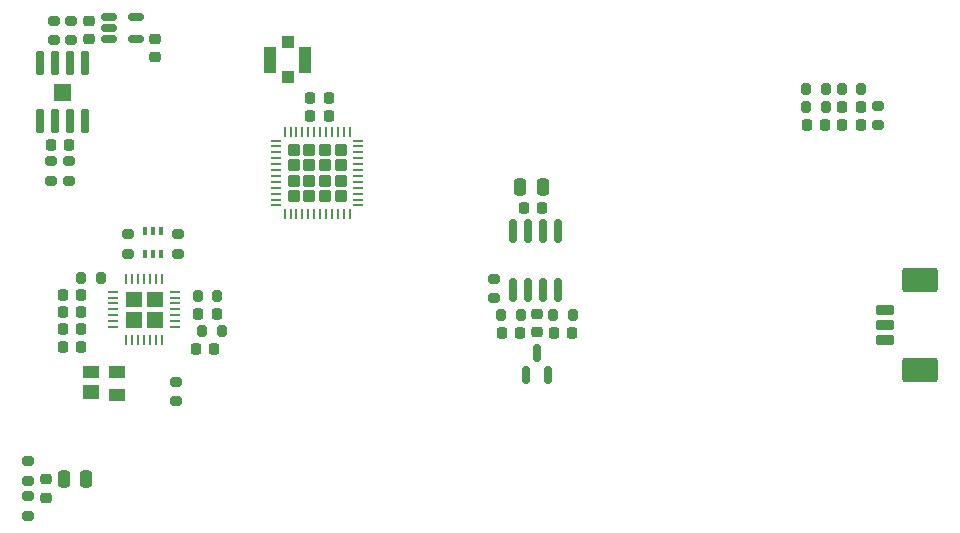
<source format=gbr>
%TF.GenerationSoftware,KiCad,Pcbnew,(6.0.1-0)*%
%TF.CreationDate,2022-08-02T01:53:12+01:00*%
%TF.ProjectId,powerboard_sc21_as25,706f7765-7262-46f6-9172-645f73633231,rev?*%
%TF.SameCoordinates,Original*%
%TF.FileFunction,Paste,Bot*%
%TF.FilePolarity,Positive*%
%FSLAX46Y46*%
G04 Gerber Fmt 4.6, Leading zero omitted, Abs format (unit mm)*
G04 Created by KiCad (PCBNEW (6.0.1-0)) date 2022-08-02 01:53:12*
%MOMM*%
%LPD*%
G01*
G04 APERTURE LIST*
G04 Aperture macros list*
%AMRoundRect*
0 Rectangle with rounded corners*
0 $1 Rounding radius*
0 $2 $3 $4 $5 $6 $7 $8 $9 X,Y pos of 4 corners*
0 Add a 4 corners polygon primitive as box body*
4,1,4,$2,$3,$4,$5,$6,$7,$8,$9,$2,$3,0*
0 Add four circle primitives for the rounded corners*
1,1,$1+$1,$2,$3*
1,1,$1+$1,$4,$5*
1,1,$1+$1,$6,$7*
1,1,$1+$1,$8,$9*
0 Add four rect primitives between the rounded corners*
20,1,$1+$1,$2,$3,$4,$5,0*
20,1,$1+$1,$4,$5,$6,$7,0*
20,1,$1+$1,$6,$7,$8,$9,0*
20,1,$1+$1,$8,$9,$2,$3,0*%
G04 Aperture macros list end*
%ADD10C,0.010000*%
%ADD11RoundRect,0.150000X-0.150000X0.825000X-0.150000X-0.825000X0.150000X-0.825000X0.150000X0.825000X0*%
%ADD12RoundRect,0.225000X0.250000X-0.225000X0.250000X0.225000X-0.250000X0.225000X-0.250000X-0.225000X0*%
%ADD13RoundRect,0.200000X-0.200000X-0.275000X0.200000X-0.275000X0.200000X0.275000X-0.200000X0.275000X0*%
%ADD14RoundRect,0.225000X0.225000X0.250000X-0.225000X0.250000X-0.225000X-0.250000X0.225000X-0.250000X0*%
%ADD15RoundRect,0.225000X-0.225000X-0.250000X0.225000X-0.250000X0.225000X0.250000X-0.225000X0.250000X0*%
%ADD16RoundRect,0.200000X-0.275000X0.200000X-0.275000X-0.200000X0.275000X-0.200000X0.275000X0.200000X0*%
%ADD17RoundRect,0.225000X-0.250000X0.225000X-0.250000X-0.225000X0.250000X-0.225000X0.250000X0.225000X0*%
%ADD18RoundRect,0.200000X0.200000X0.275000X-0.200000X0.275000X-0.200000X-0.275000X0.200000X-0.275000X0*%
%ADD19R,1.000000X1.000000*%
%ADD20R,1.050000X2.200000*%
%ADD21RoundRect,0.200000X0.275000X-0.200000X0.275000X0.200000X-0.275000X0.200000X-0.275000X-0.200000X0*%
%ADD22RoundRect,0.150000X0.150000X-0.587500X0.150000X0.587500X-0.150000X0.587500X-0.150000X-0.587500X0*%
%ADD23R,0.400000X0.650000*%
%ADD24RoundRect,0.250000X-0.250000X-0.475000X0.250000X-0.475000X0.250000X0.475000X-0.250000X0.475000X0*%
%ADD25RoundRect,0.250000X-0.285000X0.285000X-0.285000X-0.285000X0.285000X-0.285000X0.285000X0.285000X0*%
%ADD26RoundRect,0.062500X-0.062500X0.337500X-0.062500X-0.337500X0.062500X-0.337500X0.062500X0.337500X0*%
%ADD27RoundRect,0.062500X-0.337500X0.062500X-0.337500X-0.062500X0.337500X-0.062500X0.337500X0.062500X0*%
%ADD28RoundRect,0.218750X-0.218750X-0.256250X0.218750X-0.256250X0.218750X0.256250X-0.218750X0.256250X0*%
%ADD29RoundRect,0.200000X-0.600000X0.200000X-0.600000X-0.200000X0.600000X-0.200000X0.600000X0.200000X0*%
%ADD30RoundRect,0.250001X-1.249999X0.799999X-1.249999X-0.799999X1.249999X-0.799999X1.249999X0.799999X0*%
%ADD31RoundRect,0.250000X0.250000X0.475000X-0.250000X0.475000X-0.250000X-0.475000X0.250000X-0.475000X0*%
%ADD32R,1.400000X1.200000*%
%ADD33R,1.400000X1.000000*%
%ADD34RoundRect,0.150000X-0.512500X-0.150000X0.512500X-0.150000X0.512500X0.150000X-0.512500X0.150000X0*%
%ADD35R,0.254000X0.900000*%
%ADD36R,0.900000X0.254000*%
%ADD37RoundRect,0.042000X0.258000X-0.943000X0.258000X0.943000X-0.258000X0.943000X-0.258000X-0.943000X0*%
G04 APERTURE END LIST*
D10*
%TO.C,IC2*%
X66990000Y-64093170D02*
X66990000Y-62843250D01*
X66990000Y-62843250D02*
X65739520Y-62843250D01*
X65739520Y-62843250D02*
X65739520Y-64093170D01*
X65739520Y-64093170D02*
X66990000Y-64093170D01*
G36*
X66990000Y-64093170D02*
G01*
X65739520Y-64093170D01*
X65739520Y-62843250D01*
X66990000Y-62843250D01*
X66990000Y-64093170D01*
G37*
X66990000Y-64093170D02*
X65739520Y-64093170D01*
X65739520Y-62843250D01*
X66990000Y-62843250D01*
X66990000Y-64093170D01*
X68740000Y-65844070D02*
X68740000Y-64593250D01*
X68740000Y-64593250D02*
X67490137Y-64593250D01*
X67490137Y-64593250D02*
X67490137Y-65844070D01*
X67490137Y-65844070D02*
X68740000Y-65844070D01*
G36*
X68740000Y-65844070D02*
G01*
X67490137Y-65844070D01*
X67490137Y-64593250D01*
X68740000Y-64593250D01*
X68740000Y-65844070D01*
G37*
X68740000Y-65844070D02*
X67490137Y-65844070D01*
X67490137Y-64593250D01*
X68740000Y-64593250D01*
X68740000Y-65844070D01*
X68740000Y-64092804D02*
X68740000Y-62843250D01*
X68740000Y-62843250D02*
X67490446Y-62843250D01*
X67490446Y-62843250D02*
X67490446Y-64092804D01*
X67490446Y-64092804D02*
X68740000Y-64092804D01*
G36*
X68740000Y-64092804D02*
G01*
X67490446Y-64092804D01*
X67490446Y-62843250D01*
X68740000Y-62843250D01*
X68740000Y-64092804D01*
G37*
X68740000Y-64092804D02*
X67490446Y-64092804D01*
X67490446Y-62843250D01*
X68740000Y-62843250D01*
X68740000Y-64092804D01*
X66990000Y-65845260D02*
X66990000Y-64593250D01*
X66990000Y-64593250D02*
X65737990Y-64593250D01*
X65737990Y-64593250D02*
X65737990Y-65845260D01*
X65737990Y-65845260D02*
X66990000Y-65845260D01*
G36*
X66990000Y-65845260D02*
G01*
X65737990Y-65845260D01*
X65737990Y-64593250D01*
X66990000Y-64593250D01*
X66990000Y-65845260D01*
G37*
X66990000Y-65845260D02*
X65737990Y-65845260D01*
X65737990Y-64593250D01*
X66990000Y-64593250D01*
X66990000Y-65845260D01*
%TO.C,U4*%
X61000000Y-46631976D02*
X61000000Y-45230000D01*
X61000000Y-45230000D02*
X59598024Y-45230000D01*
X59598024Y-45230000D02*
X59598024Y-46631976D01*
X59598024Y-46631976D02*
X61000000Y-46631976D01*
G36*
X61000000Y-46631976D02*
G01*
X59598024Y-46631976D01*
X59598024Y-45230000D01*
X61000000Y-45230000D01*
X61000000Y-46631976D01*
G37*
X61000000Y-46631976D02*
X59598024Y-46631976D01*
X59598024Y-45230000D01*
X61000000Y-45230000D01*
X61000000Y-46631976D01*
%TD*%
D11*
%TO.C,U2*%
X98460000Y-57730449D03*
X99730000Y-57730449D03*
X101000000Y-57730449D03*
X102270000Y-57730449D03*
X102270000Y-62680449D03*
X101000000Y-62680449D03*
X99730000Y-62680449D03*
X98460000Y-62680449D03*
%TD*%
D12*
%TO.C,C57*%
X62550000Y-41495000D03*
X62550000Y-39945000D03*
%TD*%
D13*
%TO.C,R40*%
X61925000Y-61650000D03*
X63575000Y-61650000D03*
%TD*%
D14*
%TO.C,C18*%
X124925000Y-48700000D03*
X123375000Y-48700000D03*
%TD*%
D15*
%TO.C,C52*%
X60375000Y-66030000D03*
X61925000Y-66030000D03*
%TD*%
%TO.C,C28*%
X101960000Y-66335449D03*
X103510000Y-66335449D03*
%TD*%
%TO.C,C24*%
X81325000Y-47950000D03*
X82875000Y-47950000D03*
%TD*%
D14*
%TO.C,C51*%
X61925000Y-63100000D03*
X60375000Y-63100000D03*
%TD*%
D16*
%TO.C,R38*%
X60900000Y-51805000D03*
X60900000Y-53455000D03*
%TD*%
D17*
%TO.C,C31*%
X58930000Y-78725000D03*
X58930000Y-80275000D03*
%TD*%
D18*
%TO.C,R21*%
X73825000Y-66200000D03*
X72175000Y-66200000D03*
%TD*%
%TO.C,R8*%
X124975000Y-47200000D03*
X123325000Y-47200000D03*
%TD*%
D19*
%TO.C,J9*%
X79400000Y-44700000D03*
D20*
X77925000Y-43200000D03*
D19*
X79400000Y-41700000D03*
D20*
X80875000Y-43200000D03*
%TD*%
D15*
%TO.C,C22*%
X81325000Y-46450000D03*
X82875000Y-46450000D03*
%TD*%
D21*
%TO.C,R13*%
X65850000Y-59625000D03*
X65850000Y-57975000D03*
%TD*%
D22*
%TO.C,D4*%
X101455000Y-69932949D03*
X99555000Y-69932949D03*
X100505000Y-68057949D03*
%TD*%
D23*
%TO.C,Q6*%
X67350000Y-57750000D03*
X68000000Y-57750000D03*
X68650000Y-57750000D03*
X68650000Y-59650000D03*
X68000000Y-59650000D03*
X67350000Y-59650000D03*
%TD*%
D21*
%TO.C,R43*%
X59610000Y-41555000D03*
X59610000Y-39905000D03*
%TD*%
D24*
%TO.C,C32*%
X60450000Y-78700000D03*
X62350000Y-78700000D03*
%TD*%
D17*
%TO.C,C58*%
X68200000Y-41425000D03*
X68200000Y-42975000D03*
%TD*%
D15*
%TO.C,C54*%
X59375000Y-50390000D03*
X60925000Y-50390000D03*
%TD*%
D16*
%TO.C,R30*%
X57460000Y-77185000D03*
X57460000Y-78835000D03*
%TD*%
D17*
%TO.C,C26*%
X100515000Y-64725000D03*
X100515000Y-66275000D03*
%TD*%
D13*
%TO.C,R26*%
X97479725Y-64844995D03*
X99129725Y-64844995D03*
%TD*%
D25*
%TO.C,U3*%
X79920000Y-53460000D03*
X81240000Y-50820000D03*
X79920000Y-52140000D03*
X81240000Y-52140000D03*
X82560000Y-52140000D03*
X83880000Y-53460000D03*
X81240000Y-54780000D03*
X79920000Y-50820000D03*
X83880000Y-54780000D03*
X83880000Y-50820000D03*
X79920000Y-54780000D03*
X81240000Y-53460000D03*
X82560000Y-54780000D03*
X82560000Y-50820000D03*
X83880000Y-52140000D03*
X82560000Y-53460000D03*
D26*
X79150000Y-49350000D03*
X79650000Y-49350000D03*
X80150000Y-49350000D03*
X80650000Y-49350000D03*
X81150000Y-49350000D03*
X81650000Y-49350000D03*
X82150000Y-49350000D03*
X82650000Y-49350000D03*
X83150000Y-49350000D03*
X83650000Y-49350000D03*
X84150000Y-49350000D03*
X84650000Y-49350000D03*
D27*
X85350000Y-50050000D03*
X85350000Y-50550000D03*
X85350000Y-51050000D03*
X85350000Y-51550000D03*
X85350000Y-52050000D03*
X85350000Y-52550000D03*
X85350000Y-53050000D03*
X85350000Y-53550000D03*
X85350000Y-54050000D03*
X85350000Y-54550000D03*
X85350000Y-55050000D03*
X85350000Y-55550000D03*
D26*
X84650000Y-56250000D03*
X84150000Y-56250000D03*
X83650000Y-56250000D03*
X83150000Y-56250000D03*
X82650000Y-56250000D03*
X82150000Y-56250000D03*
X81650000Y-56250000D03*
X81150000Y-56250000D03*
X80650000Y-56250000D03*
X80150000Y-56250000D03*
X79650000Y-56250000D03*
X79150000Y-56250000D03*
D27*
X78450000Y-55550000D03*
X78450000Y-55050000D03*
X78450000Y-54550000D03*
X78450000Y-54050000D03*
X78450000Y-53550000D03*
X78450000Y-53050000D03*
X78450000Y-52550000D03*
X78450000Y-52050000D03*
X78450000Y-51550000D03*
X78450000Y-51050000D03*
X78450000Y-50550000D03*
X78450000Y-50050000D03*
%TD*%
D14*
%TO.C,C27*%
X99074551Y-66335000D03*
X97524551Y-66335000D03*
%TD*%
D16*
%TO.C,R12*%
X70150000Y-57975000D03*
X70150000Y-59625000D03*
%TD*%
D28*
%TO.C,D3*%
X71612500Y-67700000D03*
X73187500Y-67700000D03*
%TD*%
D21*
%TO.C,R6*%
X129400000Y-48775000D03*
X129400000Y-47125000D03*
%TD*%
%TO.C,R24*%
X96900000Y-63425000D03*
X96900000Y-61775000D03*
%TD*%
D28*
%TO.C,D2*%
X71812500Y-64700000D03*
X73387500Y-64700000D03*
%TD*%
D15*
%TO.C,C17*%
X126375000Y-48700000D03*
X127925000Y-48700000D03*
%TD*%
D29*
%TO.C,J11*%
X130020000Y-64440000D03*
X130020000Y-65690000D03*
X130020000Y-66940000D03*
D30*
X132920000Y-69490000D03*
X132920000Y-61890000D03*
%TD*%
D31*
%TO.C,C25*%
X101009551Y-54000000D03*
X99109551Y-54000000D03*
%TD*%
D18*
%TO.C,R11*%
X124975000Y-45700000D03*
X123325000Y-45700000D03*
%TD*%
D32*
%TO.C,D8*%
X62740000Y-71380000D03*
D33*
X62740000Y-69660000D03*
X64940000Y-69660000D03*
X64940000Y-71560000D03*
%TD*%
D14*
%TO.C,C50*%
X61925000Y-64570000D03*
X60375000Y-64570000D03*
%TD*%
D16*
%TO.C,R31*%
X57460000Y-80155000D03*
X57460000Y-81805000D03*
%TD*%
D34*
%TO.C,U11*%
X64262500Y-41450000D03*
X64262500Y-40500000D03*
X64262500Y-39550000D03*
X66537500Y-39550000D03*
X66537500Y-41450000D03*
%TD*%
D16*
%TO.C,R35*%
X69990000Y-70495000D03*
X69990000Y-72145000D03*
%TD*%
D35*
%TO.C,IC2*%
X68740000Y-66933250D03*
X68240000Y-66933250D03*
X67740000Y-66933250D03*
X67240000Y-66933250D03*
X66740000Y-66933250D03*
X66240000Y-66933250D03*
X65740000Y-66933250D03*
D36*
X64650000Y-65843250D03*
X64650000Y-65343250D03*
X64650000Y-64843250D03*
X64650000Y-64343250D03*
X64650000Y-63843250D03*
X64650000Y-63343250D03*
X64650000Y-62843250D03*
D35*
X65740000Y-61753250D03*
X66240000Y-61753250D03*
X66740000Y-61753250D03*
X67240000Y-61753250D03*
X67740000Y-61753250D03*
X68240000Y-61753250D03*
X68740000Y-61753250D03*
D36*
X69830000Y-62843250D03*
X69830000Y-63343250D03*
X69830000Y-63843250D03*
X69830000Y-64343250D03*
X69830000Y-64843250D03*
X69830000Y-65343250D03*
X69830000Y-65843250D03*
%TD*%
D16*
%TO.C,R39*%
X59400000Y-51805000D03*
X59400000Y-53455000D03*
%TD*%
D14*
%TO.C,C23*%
X100934551Y-55750000D03*
X99384551Y-55750000D03*
%TD*%
D18*
%TO.C,R19*%
X73425000Y-63200000D03*
X71775000Y-63200000D03*
%TD*%
D15*
%TO.C,C2*%
X126375000Y-47200000D03*
X127925000Y-47200000D03*
%TD*%
D37*
%TO.C,U4*%
X62205000Y-48400000D03*
X60935000Y-48400000D03*
X59665000Y-48400000D03*
X58395000Y-48400000D03*
X58395000Y-43460000D03*
X59665000Y-43460000D03*
X60935000Y-43460000D03*
X62205000Y-43460000D03*
%TD*%
D13*
%TO.C,R4*%
X126325000Y-45700000D03*
X127975000Y-45700000D03*
%TD*%
D15*
%TO.C,C53*%
X60375000Y-67500000D03*
X61925000Y-67500000D03*
%TD*%
D16*
%TO.C,R42*%
X61070000Y-39905000D03*
X61070000Y-41555000D03*
%TD*%
D13*
%TO.C,R27*%
X101910000Y-64850449D03*
X103560000Y-64850449D03*
%TD*%
M02*

</source>
